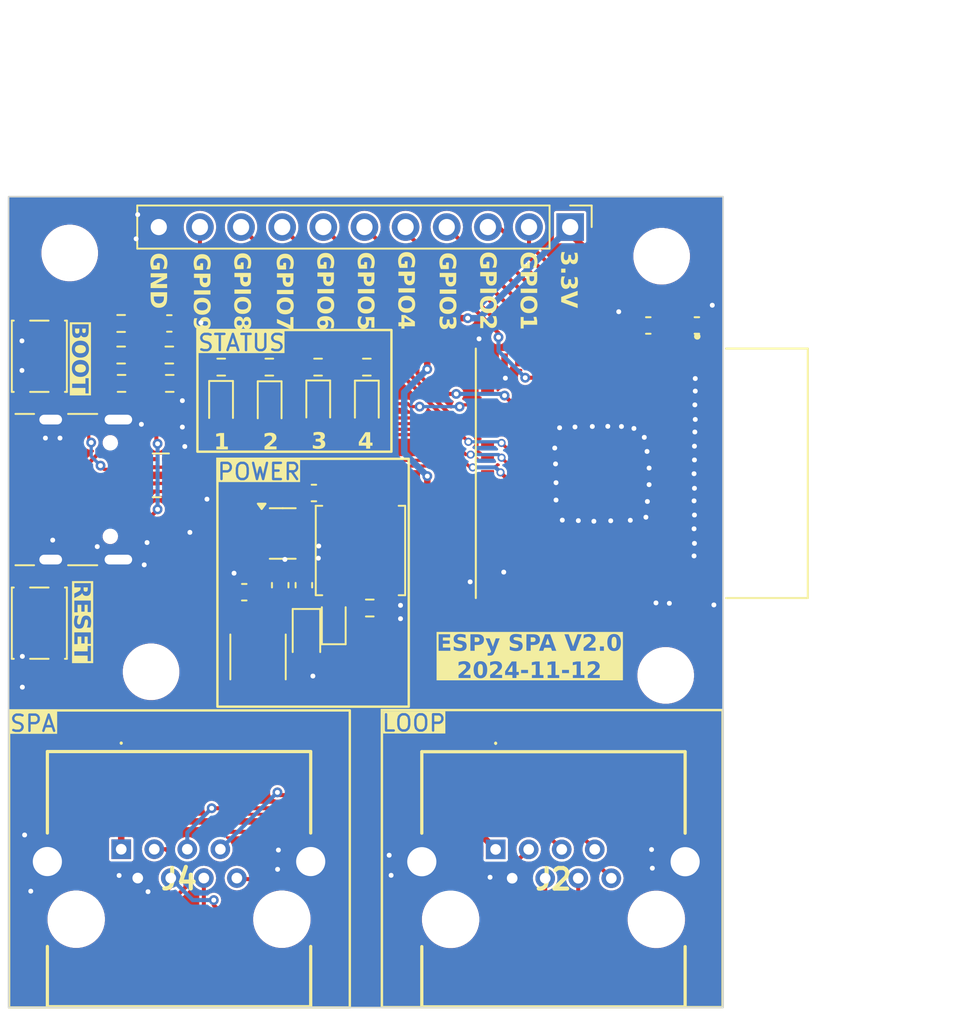
<source format=kicad_pcb>
(kicad_pcb (version 20240108) (generator "pcbnew") (generator_version "8.0")
  (layers (0 "F.Cu" signal "L1 (signal + GND Fill)") (31 "B.Cu" power "L2 (GND Fill)") (34 "B.Paste" user) (35 "F.Paste" user) (36 "B.SilkS" user "B.Silkscreen") (37 "F.SilkS" user "F.Silkscreen") (38 "B.Mask" user) (39 "F.Mask" user) (44 "Edge.Cuts" user))
  (net 0 "")
  (net 1 "/ESP32_EN")
  (net 2 "/GPIO0")
  (net 3 "/GPIO48")
  (net 4 "/GPIO1")
  (net 5 "/GPIO2")
  (net 6 "/GPIO3")
  (net 7 "/GPIO4")
  (net 8 "/GPIO5")
  (net 9 "/GPIO6")
  (net 10 "/GPIO7")
  (net 11 "/GPIO8")
  (net 12 "/GPIO9")
  (net 13 "/GPIO10")
  (net 14 "/GPIO11")
  (net 15 "/GPIO12")
  (net 16 "/GPIO13")
  (net 17 "/GPIO14")
  (net 18 "/GPIO15")
  (net 19 "/GPIO16")
  (net 20 "/I2C_SCL")
  (net 21 "/I2C_SDA")
  (net 22 "/GPIO46")
  (net 23 "/GPIO45")
  (net 24 "/GPIO42")
  (net 25 "/GPIO41")
  (net 26 "/GPIO40")
  (net 27 "/GPIO39")
  (net 28 "/GPIO38")
  (net 29 "/GPIO37")
  (net 30 "/GPIO36")
  (net 31 "/GPIO35")
  (net 32 "/GPIO34")
  (net 33 "/GPIO33")
  (net 34 "/GPIO26")
  (net 35 "/GPIO21")
  (net 36 "/USB_N")
  (net 37 "/USB_P")
  (net 38 "/GPIO47")
  (net 39 "Net-(JUSB1-CC1)")
  (net 41 "Net-(JUSB1-CC2)")
  (net 45 "+3.3V")
  (net 46 "Net-(D1-K)")
  (net 47 "Net-(D2-K)")
  (net 48 "/+5V")
  (net 49 "/+12V_fused")
  (net 50 "Net-(U3-SW)")
  (net 51 "Net-(U3-BST)")
  (net 52 "Net-(D4-K)")
  (net 53 "Net-(D5-K)")
  (net 54 "Net-(D6-K)")
  (net 55 "/GPIO43")
  (net 56 "/GPIO44")
  (net 57 "RJ45-1")
  (net 58 "RJ45-5")
  (net 59 "RJ45-3")
  (net 60 "RJ45-8")
  (net 61 "RJ45-4")
  (net 62 "RJ45-2")
  (net 63 "RJ45-6")
  (net 64 "GND")
  (footprint "LED_SMD:LED_0603_1608Metric" (layer "F.Cu") (at 126.52 88.16 -90)
    (property "Reference" "D2" (hide yes))
    (property "Value" "LED" (hide yes))
  )
  (footprint "R-RJ45R08P-B000:RRJ45R08PB000" (layer "F.Cu") (at 120.355 115.58)
    (property "Reference" "J4")
    (property "Value" "R-RJ45R08P-B000" (hide yes))
  )
  (footprint "Capacitor_SMD:C_0603_1608Metric" (layer "F.Cu") (at 131.6325 99.28 90)
    (property "Reference" "C7" (hide yes))
    (property "Value" "22μF" (hide yes))
  )
  (footprint "Resistor_SMD:R_0603_1608Metric" (layer "F.Cu") (at 120.35 85.075)
    (property "Reference" "R10" (hide yes))
    (property "Value" "330Ω" (hide yes))
  )
  (footprint "ESP32-S3-MINI-1-N8:XCVR_ESP32-S3-MINI-1-N8" (layer "F.Cu") (at 149.975 92.375 -90)
    (property "Reference" "U1" (hide yes))
    (property "Value" "ESP32-S3-MINI-1-N8" (hide yes))
  )
  (footprint "LED_SMD:LED_0603_1608Metric" (layer "F.Cu") (at 129.52 88.18 -90)
    (property "Reference" "D5" (hide yes))
    (property "Value" "LED" (hide yes))
  )
  (footprint "R-RJ45R08P-B000:RRJ45R08PB000" (layer "F.Cu") (at 143.475 115.59)
    (property "Reference" "J2")
    (property "Value" "R-RJ45R08P-B000" (hide yes))
  )
  (footprint "Resistor_SMD:R_0603_1608Metric" (layer "F.Cu") (at 123.325 85.075)
    (property "Reference" "R9" (hide yes))
    (property "Value" "330Ω" (hide yes))
  )
  (footprint "Inductor_SMD:L_Changjiang_FNR5012S" (layer "F.Cu") (at 135.1275 97.14 -90)
    (property "Reference" "L1" (hide yes))
    (property "Value" "4.7uH" (hide yes))
  )
  (footprint "Capacitor_SMD:C_0603_1608Metric" (layer "F.Cu") (at 155.9 83.25)
    (property "Reference" "C1" (hide yes))
    (property "Value" "0.1μF" (hide yes))
  )
  (footprint "Capacitor_SMD:C_0603_1608Metric" (layer "F.Cu") (at 132.2525 93.59 180)
    (property "Reference" "C6" (hide yes))
    (property "Value" "100nF" (hide yes))
  )
  (footprint "Resistor_SMD:R_0603_1608Metric" (layer "F.Cu") (at 120.375 86.825)
    (property "Reference" "R2" (hide yes))
    (property "Value" "5.1kΩ" (hide yes))
  )
  (footprint "Resistor_SMD:R_0603_1608Metric" (layer "F.Cu") (at 126.53 85.82 180)
    (property "Reference" "R5" (hide yes))
    (property "Value" "220Ω" (hide yes))
  )
  (footprint "LED_SMD:LED_0603_1608Metric" (layer "F.Cu") (at 133.4775 101.44 90)
    (property "Reference" "D1" (hide yes))
    (property "Value" "LED" (hide yes))
  )
  (footprint "Capacitor_SMD:C_0603_1608Metric" (layer "F.Cu") (at 123.325 83.125 180)
    (property "Reference" "C3" (hide yes))
    (property "Value" "1μF" (hide yes))
  )
  (footprint "Fuse:Fuse_1812_4532Metric" (layer "F.Cu") (at 128.8025 103.71 90)
    (property "Reference" "F1" (hide yes))
    (property "Value" "30V 500mA" (hide yes))
  )
  (footprint "LED_SMD:LED_0603_1608Metric" (layer "F.Cu") (at 132.52 88.13 -90)
    (property "Reference" "D4" (hide yes))
    (property "Value" "LED" (hide yes))
  )
  (footprint "Button_Switch_SMD:SW_SPST_PTS810" (layer "F.Cu") (at 115.3 101.625 90)
    (property "Reference" "RESET1" (hide yes))
    (property "Value" "RESET")
  )
  (footprint "MountingHole:MountingHole_3.2mm_M3" (layer "F.Cu") (at 117.175 78.775)
    (property "Reference" "H3" (hide yes))
    (property "Value" "MountingHole" (hide yes))
  )
  (footprint "Resistor_SMD:R_0603_1608Metric" (layer "F.Cu") (at 129.5 85.82 180)
    (property "Reference" "R6" (hide yes))
    (property "Value" "220Ω" (hide yes))
  )
  (footprint "Resistor_SMD:R_0603_1608Metric" (layer "F.Cu") (at 135.7025 100.69)
    (property "Reference" "R4" (hide yes))
    (property "Value" "5.1kΩ" (hide yes))
  )
  (footprint "Capacitor_SMD:C_0603_1608Metric" (layer "F.Cu") (at 130.1725 99.28 90)
    (property "Reference" "C9" (hide yes))
    (property "Value" "22μF" (hide yes))
  )
  (footprint "Connector_USB:USB_C_Receptacle_GCT_USB4105-xx-A_16P_TopMnt_Horizontal" (layer "F.Cu") (at 117.075 93.38 -90)
    (property "Reference" "JUSB1" (hide yes))
    (property "Value" "USB_C_Receptacle_USB2.0" (hide yes))
  )
  (footprint "Diode_SMD:D_SOD-323" (layer "F.Cu") (at 131.7925 102.36 -90)
    (property "Reference" "D3" (hide yes))
    (property "Value" "40V 600mV@1A" (hide yes))
  )
  (footprint "Package_TO_SOT_SMD:TSOT-23-6" (layer "F.Cu") (at 130.3275 96.09)
    (property "Reference" "U3" (hide yes))
    (property "Value" "AP63203WU" (hide yes))
  )
  (footprint "Resistor_SMD:R_0603_1608Metric" (layer "F.Cu") (at 132.51 85.82 180)
    (property "Reference" "R7" (hide yes))
    (property "Value" "220Ω" (hide yes))
  )
  (footprint "Button_Switch_SMD:SW_SPST_PTS810" (layer "F.Cu") (at 115.3 85.15 90)
    (property "Reference" "BOOT1" (hide yes))
    (property "Value" "BOOT")
  )
  (footprint "MountingHole:MountingHole_3.2mm_M3" (layer "F.Cu") (at 153.725 78.975)
    (property "Reference" "H1" (hide yes))
    (property "Value" "MountingHole" (hide yes))
  )
  (footprint "Resistor_SMD:R_0603_1608Metric" (layer "F.Cu") (at 135.52 85.82 180)
    (property "Reference" "R8" (hide yes))
    (property "Value" "220Ω" (hide yes))
  )
  (footprint "Resistor_SMD:R_0603_1608Metric" (layer "F.Cu") (at 123.35 86.825)
    (property "Reference" "R1" (hide yes))
    (property "Value" "5.1kΩ" (hide yes))
  )
  (footprint "Package_DFN_QFN:Diodes_UDFN-10_1.0x2.5mm_P0.5mm" (layer "F.Cu") (at 122.8 92.5 180)
    (property "Reference" "U2" (hide yes))
    (property "Value" "ESD7104MUTAG" (hide yes))
  )
  (footprint "Capacitor_SMD:C_0603_1608Metric" (layer "F.Cu") (at 127.9525 99.715 180)
    (property "Reference" "C5" (hide yes))
    (property "Value" "10μF" (hide yes))
  )
  (footprint "Capacitor_SMD:C_0603_1608Metric" (layer "F.Cu") (at 152.9 83.25 180)
    (property "Reference" "C2" (hide yes))
    (property "Value" "10μF" (hide yes))
  )
  (footprint "Connector_PinHeader_2.54mm:PinHeader_1x11_P2.54mm_Vertical" (layer "F.Cu") (at 148.075 77.175 -90)
    (property "Reference" "J1" (hide yes))
    (property "Value" "Conn_01x11_Pin" (hide yes))
  )
  (footprint "MountingHole:MountingHole_3.2mm_M3" (layer "F.Cu") (at 153.975 104.85)
    (property "Reference" "H2" (hide yes))
    (property "Value" "MountingHole" (hide yes))
  )
  (footprint "LED_SMD:LED_0603_1608Metric" (layer "F.Cu") (at 135.52 88.14 -90)
    (property "Reference" "D6" (hide yes))
    (property "Value" "LED" (hide yes))
  )
  (footprint "Resistor_SMD:R_0603_1608Metric" (layer "F.Cu") (at 120.35 83.125)
    (property "Reference" "R3" (hide yes))
    (property "Value" "10kΩ" (hide yes))
  )
  (footprint "MountingHole:MountingHole_3.2mm_M3" (layer "F.Cu") (at 122.2 104.625)
    (property "Reference" "H4" (hide yes))
    (property "Value" "MountingHole" (hide yes))
  )
  (gr_rect (start 136.45 106.99) (end 157.49 125.33) (stroke (width 0.15)) (fill none) (layer "F.SilkS"))
  (gr_rect (start 125.06 83.53) (end 137.04 91.04) (stroke (width 0.15)) (fill none) (layer "F.SilkS"))
  (gr_rect (start 126.295 91.48) (end 138.11 106.78) (stroke (width 0.15)) (fill none) (layer "F.SilkS"))
  (gr_rect (start 113.43 107.01) (end 134.47 125.35) (stroke (width 0.15)) (fill none) (layer "F.SilkS"))
  (gr_rect (start 113.4 75.3) (end 157.515 125.35) (stroke (width 0.1)) (fill none) (layer "Edge.Cuts"))
  (gr_text "GPIO9" (at 124.675 78.775 270) (layer "F.SilkS") (effects (font (size 1 1) (thickness 0.25) (bold yes)) (justify left bottom)))
  (gr_text "2" (at 129.58 90.49 0) (layer "F.SilkS") (effects (font (size 1 1) (thickness 0.25) (bold yes))))
  (gr_text "3" (at 132.58 90.44 0) (layer "F.SilkS") (effects (font (size 1 1) (thickness 0.25) (bold yes))))
  (gr_text "GPIO5" (at 134.8 78.7 270) (layer "F.SilkS") (effects (font (size 1 1) (thickness 0.25) (bold yes)) (justify left bottom)))
  (gr_text "4" (at 135.45 90.44 0) (layer "F.SilkS") (effects (font (size 1 1) (thickness 0.25) (bold yes))))
  (gr_text "GND" (at 122 78.75 270) (layer "F.SilkS") (effects (font (size 1 1) (thickness 0.25) (bold yes)) (justify left bottom)))
  (gr_text "STATUS" (at 125.01 84.9 0) (layer "F.SilkS" knockout) (effects (font (size 1 1)) (justify left bottom)))
  (gr_text "GPIO6" (at 132.3 78.7 270) (layer "F.SilkS") (effects (font (size 1 1) (thickness 0.25) (bold yes)) (justify left bottom)))
  (gr_text "LOOP" (at 136.37 108.38 0) (layer "F.SilkS" knockout) (effects (font (size 1 1)) (justify left bottom)))
  (gr_text "GPIO4" (at 137.3 78.65 270) (layer "F.SilkS") (effects (font (size 1 1) (thickness 0.25) (bold yes)) (justify left bottom)))
  (gr_text "POWER" (at 126.21 92.86 0) (layer "F.SilkS" knockout) (effects (font (size 1 1)) (justify left bottom)))
  (gr_text "GPIO8" (at 127.175 78.725 270) (layer "F.SilkS") (effects (font (size 1 1) (thickness 0.25) (bold yes)) (justify left bottom)))
  (gr_text "ESPy SPA V2.0\n2024-11-12" (at 145.55 105.18 0) (layer "F.SilkS" knockout) (effects (font (size 1 1) (thickness 0.25) (bold yes)) (justify bottom)))
  (gr_text "1" (at 126.55 90.49 0) (layer "F.SilkS") (effects (font (size 1 1) (thickness 0.25) (bold yes))))
  (gr_text "GPIO1" (at 144.85 78.675 270) (layer "F.SilkS") (effects (font (size 1 1) (thickness 0.25) (bold yes)) (justify left bottom)))
  (gr_text "GPIO7" (at 129.8 78.75 270) (layer "F.SilkS") (effects (font (size 1 1) (thickness 0.25) (bold yes)) (justify left bottom)))
  (gr_text "SPA" (at 113.4 108.4 0) (layer "F.SilkS" knockout) (effects (font (size 1 1)) (justify left bottom)))
  (gr_text "GPIO2" (at 142.35 78.675 270) (layer "F.SilkS") (effects (font (size 1 1) (thickness 0.25) (bold yes)) (justify left bottom)))
  (gr_text "3.3V" (at 147.35 78.625 270) (layer "F.SilkS") (effects (font (size 1 1) (thickness 0.25) (bold yes)) (justify left bottom)))
  (gr_text "GPIO3" (at 139.85 78.725 270) (layer "F.SilkS") (effects (font (size 1 1) (thickness 0.25) (bold yes)) (justify left bottom)))
  (segment (start 123.44986 83.99986) (end 122.575 83.125) (width 0.25) (layer "F.Cu") (net 1))
  (segment (start 144.025 87.575) (end 146.34 89.89) (width 0.25) (layer "F.Cu") (net 1))
  (segment (start 146.34 89.89) (end 146.34 95.29) (width 0.25) (layer "F.Cu") (net 1))
  (segment (start 147.29 96.24) (end 153.165 96.24) (width 0.25) (layer "F.Cu") (net 1))
  (segment (start 116.074401 99.249401) (end 116.375 99.55) (width 0.25) (layer "F.Cu") (net 1))
  (segment (start 119.525 83.125) (end 120.27486 83.87486) (width 0.25) (layer "F.Cu") (net 1))
  (segment (start 114.775 88.775) (end 114.775 98.225) (width 0.25) (layer "F.Cu") (net 1))
  (segment (start 125.50014 83.99986) (end 123.44986 83.99986) (width 0.25) (layer "F.Cu") (net 1))
  (segment (start 115.4 88.15) (end 114.775 88.775) (width 0.25) (layer "F.Cu") (net 1))
  (segment (start 153.165 96.24) (end 155.925 99) (width 0.25) (layer "F.Cu") (net 1))
  (segment (start 138.645001 84.635001) (end 136.71 82.7) (width 0.25) (layer "F.Cu") (net 1))
  (segment (start 117.123 87.727) (end 116.7 88.15) (width 0.25) (layer "F.Cu") (net 1))
  (segment (start 121.80014 83.87486) (end 122.55 83.125) (width 0.25) (layer "F.Cu") (net 1))
  (segment (start 116.7 88.15) (end 115.4 88.15) (width 0.25) (layer "F.Cu") (net 1))
  (segment (start 119.075 83.125) (end 117.123 85.077) (width 0.25) (layer "F.Cu") (net 1))
  (segment (start 139.919402 87.475) (end 138.645001 86.200599) (width 0.25) (layer "F.Cu") (net 1))
  (segment (start 116.375 103.7) (end 116.375 99.55) (width 0.25) (layer "F.Cu") (net 1))
  (segment (start 114.775 98.225) (end 115.799401 99.249401) (width 0.25) (layer "F.Cu") (net 1))
  (segment (start 115.799401 99.249401) (end 116.074401 99.249401) (width 0.25) (layer "F.Cu") (net 1))
  (segment (start 155.925 99) (end 155.925 99.375) (width 0.25) (layer "F.Cu") (net 1))
  (segment (start 117.123 85.077) (end 117.123 87.727) (width 0.25) (layer "F.Cu") (net 1))
  (segment (start 141.04 87.475) (end 139.919402 87.475) (width 0.25) (layer "F.Cu") (net 1))
  (segment (start 136.71 82.7) (end 126.8 82.7) (width 0.25) (layer "F.Cu") (net 1))
  (segment (start 119.525 83.125) (end 119.075 83.125) (width 0.25) (layer "F.Cu") (net 1))
  (segment (start 138.645001 86.200599) (end 138.645001 84.635001) (width 0.25) (layer "F.Cu") (net 1))
  (segment (start 126.8 82.7) (end 125.50014 83.99986) (width 0.25) (layer "F.Cu") (net 1))
  (segment (start 146.34 95.29) (end 147.29 96.24) (width 0.25) (layer "F.Cu") (net 1))
  (segment (start 120.27486 83.87486) (end 121.80014 83.87486) (width 0.25) (layer "F.Cu") (net 1))
  (via (at 144.025 87.575) (size 0.604799) (drill 0.299999) (layers "F.Cu" "B.Cu") (net 1))
  (via (at 141.04 87.475) (size 0.604799) (drill 0.299999) (layers "F.Cu" "B.Cu") (net 1))
  (segment (start 141.04 87.475) (end 143.925 87.475) (width 0.25) (layer "B.Cu") (net 1))
  (segment (start 143.925 87.475) (end 144.025 87.575) (width 0.25) (layer "B.Cu") (net 1))
  (segment (start 140.994402 81.75) (end 140.999401 81.745001) (width 0.25) (layer "F.Cu") (net 2))
  (segment (start 117.475 83.075) (end 118.8 81.75) (width 0.25) (layer "F.Cu") (net 2))
  (segment (start 116.375 87.225) (end 116.375 83.075) (width 0.25) (layer "F.Cu") (net 2))
  (segment (start 152.475 86.475) (end 153.375 85.575) (width 0.25) (layer "F.Cu") (net 2))
  (segment (start 141.670001 81.745001) (end 143.65 83.725) (width 0.25) (layer "F.Cu") (net 2))
  (segment (start 145.3 86.475) (end 152.475 86.475) (width 0.25) (layer "F.Cu") (net 2))
  (segment (start 143.65 83.725) (end 143.65 83.975) (width 0.25) (layer "F.Cu") (net 2))
  (segment (start 116.375 83.075) (end 117.475 83.075) (width 0.25) (layer "F.Cu") (net 2))
  (segment (start 140.999401 81.745001) (end 141.670001 81.745001) (width 0.25) (layer "F.Cu") (net 2))
  (segment (start 118.8 81.75) (end 140.994402 81.75) (width 0.25) (layer "F.Cu") (net 2))
  (via (at 145.3 86.475) (size 0.604799) (drill 0.299999) (layers "F.Cu" "B.Cu") (net 2))
  (via (at 143.65 83.975) (size 0.604799) (drill 0.299999) (layers "F.Cu" "B.Cu") (net 2))
  (segment (start 143.65 84.825) (end 145.3 86.475) (width 0.25) (layer "B.Cu") (net 2))
  (segment (start 143.65 83.975) (end 143.65 84.825) (width 0.25) (layer "B.Cu") (net 2))
  (segment (start 145.535 78.235) (end 145.535 77.175) (width 0.25) (layer "F.Cu") (net 4))
  (segment (start 152.525 85.225) (end 145.535 78.235) (width 0.25) (layer "F.Cu") (net 4))
  (segment (start 151.675 85.175) (end 143.675 77.175) (width 0.25) (layer "F.Cu") (net 5))
  (segment (start 150.825 85.175) (end 143.95 78.3) (width 0.25) (layer "F.Cu") (net 6))
  (segment (start 141.58 78.3) (end 140.455 77.175) (width 0.25) (layer "F.Cu") (net 6))
  (segment (start 143.95 78.3) (end 141.58 78.3) (width 0.25) (layer "F.Cu") (net 6))
  (segment (start 139.294402 78.85) (end 137.999401 77.554999) (width 0.25) (layer "F.Cu") (net 7))
  (segment (start 149.975 85.15014) (end 143.67486 78.85) (width 0.25) (layer "F.Cu") (net 7))
  (segment (start 143.67486 78.85) (end 139.294402 78.85) (width 0.25) (layer "F.Cu") (net 7))
  (segment (start 137.5 79.3) (end 135.375 77.175) (width 0.25) (layer "F.Cu") (net 8))
  (segment (start 143.25 79.3) (end 137.5 79.3) (width 0.25) (layer "F.Cu") (net 8))
  (segment (start 149.125 85.175) (end 143.25 79.3) (width 0.25) (layer "F.Cu") (net 8))
  (segment (start 135.46 79.8) (end 132.835 77.175) (width 0.25) (layer "F.Cu") (net 9))
  (segment (start 148.275 85.15014) (end 142.92486 79.8) (width 0.25) (layer "F.Cu") (net 9))
  (segment (start 142.92486 79.8) (end 135.46 79.8) (width 0.25) (layer "F.Cu") (net 9))
  (segment (start 147.425 85.175) (end 142.525 80.275) (width 0.25) (layer "F.Cu") (net 10))
  (segment (start 142.525 80.275) (end 133.395 80.275) (width 0.25) (layer "F.Cu") (net 10))
  (segment (start 133.395 80.275) (end 130.295 77.175) (width 0.25) (layer "F.Cu") (net 10))
  (segment (start 131.355 80.775) (end 127.755 77.175) (width 0.25) (layer "F.Cu") (net 11))
  (segment (start 142.175 80.775) (end 131.355 80.775) (width 0.25) (layer "F.Cu") (net 11))
  (segment (start 146.575 85.175) (end 142.175 80.775) (width 0.25) (layer "F.Cu") (net 11))
  (segment (start 127.675 81.275) (end 125.215 78.815) (width 0.25) (layer "F.Cu") (net 12))
  (segment (start 145.725 85.175) (end 141.825 81.275) (width 0.25) (layer "F.Cu") (net 12))
  (segment (start 125.215 78.815) (end 125.215 77.175) (width 0.25) (layer "F.Cu") (net 12))
  (segment (start 141.825 81.275) (end 127.675 81.275) (width 0.25) (layer "F.Cu") (net 12))
  (segment (start 127.3875 88.08) (end 138.05 88.08) (width 0.2) (layer "F.Cu") (net 17))
  (segment (start 138.23 88.26) (end 138.05 88.08) (width 0.2) (layer "F.Cu") (net 17))
  (segment (start 138.05 88.08) (end 137.9 88.08) (width 0.2) (layer "F.Cu") (net 17))
  (segment (start 126.52 88.9475) (end 127.3875 88.08) (width 0.2) (layer "F.Cu") (net 17))
  (segment (start 141.25 88.26) (end 141.36 88.15) (width 0.2) (layer "F.Cu") (net 17))
  (segment (start 142.95 88.15) (end 142.975 88.125) (width 0.2) (layer "F.Cu") (net 17))
  (segment (start 141.36 88.15) (end 142.95 88.15) (width 0.2) (layer "F.Cu") (net 17))
  (segment (start 138.78 88.26) (end 138.23 88.26) (width 0.2) (layer "F.Cu") (net 17))
  (via (at 141.25 88.26) (size 0.604799) (drill 0.299999) (layers "F.Cu" "B.Cu") (net 17))
  (via (at 138.78 88.26) (size 0.604799) (drill 0.299999) (layers "F.Cu" "B.Cu") (net 17))
  (segment (start 141.25 88.26) (end 138.78 88.26) (width 0.2) (layer "B.Cu") (net 17))
  (segment (start 136.576842 83.1) (end 138.268001 84.791159) (width 0.25) (layer "F.Cu") (net 18))
  (segment (start 125.656298 84.37686) (end 126.933158 83.1) (width 0.25) (layer "F.Cu") (net 18))
  (segment (start 124.84814 84.37686) (end 125.656298 84.37686) (width 0.25) (layer "F.Cu") (net 18))
  (segment (start 138.268001 84.791159) (end 138.268001 86.356758) (width 0.25) (layer "F.Cu") (net 18))
  (segment (start 124.15 85.075) (end 124.84814 84.37686) (width 0.25) (layer "F.Cu") (net 18))
  (segment (start 140.886243 88.975) (end 142.975 88.975) (width 0.25) (layer "F.Cu") (net 18))
  (segment (start 126.933158 83.1) (end 136.576842 83.1) (width 0.25) (layer "F.Cu") (net 18))
  (segment (start 138.268001 86.356758) (end 140.886243 88.975) (width 0.25) (layer "F.Cu") (net 18))
  (segment (start 125.812456 84.75386) (end 127.089316 83.477) (width 0.25) (layer "F.Cu") (net 19))
  (segment (start 125.16614 84.75386) (end 125.812456 84.75386) (width 0.25) (layer "F.Cu") (net 19))
  (segment (start 121.175 85.075) (end 122.1 86) (width 0.25) (layer "F.Cu") (net 19))
  (segment (start 141.203084 89.825) (end 142.975 89.825) (width 0.25) (layer "F.Cu") (net 19))
  (segment (start 124.82486 85.552234) (end 124.82486 85.09514) (width 0.25) (layer "F.Cu") (net 19))
  (segment (start 124.82486 85.09514) (end 125.16614 84.75386) (width 0.25) (layer "F.Cu") (net 19))
  (segment (start 124.377094 86) (end 124.82486 85.552234) (width 0.25) (layer "F.Cu") (net 19))
  (segment (start 137.891001 86.512917) (end 141.203084 89.825) (width 0.25) (layer "F.Cu") (net 19))
  (segment (start 127.089316 83.477) (end 136.420684 83.477) (width 0.25) (layer "F.Cu") (net 19))
  (segment (start 122.1 86) (end 124.377094 86) (width 0.25) (layer "F.Cu") (net 19))
  (segment (start 136.420684 83.477) (end 137.891001 84.947317) (width 0.25) (layer "F.Cu") (net 19))
  (segment (start 137.891001 84.947317) (end 137.891001 86.512917) (width 0.25) (layer "F.Cu") (net 19))
  (segment (start 145.661 93.231) (end 145.661 95.571252) (width 0.2) (layer "F.Cu") (net 24))
  (segment (start 148.106552 96.919) (end 149.975 98.787448) (width 0.2) (layer "F.Cu") (net 24))
  (segment (start 140.077832 89.66) (end 141.637832 91.22) (width 0.2) (layer "F.Cu") (net 24))
  (segment (start 147.008748 96.919) (end 148.106552 96.919) (width 0.2) (layer "F.Cu") (net 24))
  (segment (start 143.84 91.41) (end 145.661 93.231) (width 0.2) (layer "F.Cu") (net 24))
  (segment (start 145.661 95.571252) (end 147.008748 96.919) (width 0.2) (layer "F.Cu") (net 24))
  (segment (start 133.2625 89.66) (end 140.077832 89.66) (width 0.2) (layer "F.Cu") (net 24))
  (segment (start 149.975 98.787448) (end 149.975 99.375) (width 0.2) (layer "F.Cu") (net 24))
  (segment (start 132.52 88.9175) (end 133.2625 89.66) (width 0.2) (layer "F.Cu") (net 24))
  (segment (start 141.637832 91.22) (end 141.93 91.22) (width 0.2) (layer "F.Cu") (net 24))
  (via (at 143.84 91.41) (size 0.5) (drill 0.3) (layers "F.Cu" "B.Cu") (net 24))
  (via (at 141.93 91.22) (size 0.5) (drill 0.3) (layers "F.Cu" "B.Cu") (net 24))
  (segment (start 143.65 91.22) (end 143.84 91.41) (width 0.2) (layer "B.Cu") (net 24))
  (segment (start 141.93 91.22) (end 143.65 91.22) (width 0.2) (layer "B.Cu") (net 24))
  (segment (start 145.309 95.717056) (end 146.862944 97.271) (width 0.25) (layer "F.Cu") (net 25))
  (segment (start 146.862944 97.271) (end 147.960748 97.271) (width 0.25) (layer "F.Cu") (net 25))
  (segment (start 149.125 98.435252) (end 149.125 99.375) (width 0.25) (layer "F.Cu") (net 25))
  (segment (start 141.899756 92.01) (end 142.06 92.01) (width 0.2) (layer "F.Cu") (net 25))
  (segment (start 129.52 88.9675) (end 130.5395 89.987) (width 0.2) (layer "F.Cu") (net 25))
  (segment (start 147.960748 97.271) (end 149.125 98.435252) (width 0.25) (layer "F.Cu") (net 25))
  (segment (start 139.876756 89.987) (end 141.899756 92.01) (width 0.2) (layer "F.Cu") (net 25))
  (segment (start 130.5395 89.987) (end 139.876756 89.987) (width 0.2) (layer "F.Cu") (net 25))
  (segment (start 143.774862 92.32) (end 145.309 93.854138) (width 0.25) (layer "F.Cu") (net 25))
  (segment (start 145.309 93.854138) (end 145.309 95.717056) (width 0.25) (layer "F.Cu") (net 25))
  (via (at 143.774862 92.32) (size 0.5) (drill 0.3) (layers "F.Cu" "B.Cu") (net 25))
  (via (at 142.06 92.01) (size 0.5) (drill 0.3) (layers "F.Cu" "B.Cu") (net 25))
  (segment (start 143.464862 92.01) (end 142.06 92.01) (width 0.25) (layer "B.Cu") (net 25))
  (segment (start 143.774862 92.32) (end 143.464862 92.01) (width 0.25) (layer "B.Cu") (net 25))
  (segment (start 121.455 92.63) (end 121.65 92.825) (width 0.25) (layer "F.Cu") (net 36))
  (segment (start 123.4488 93.0738) (end 123.677014 93.0738) (width 0.2) (layer "F.Cu") (net 36))
  (segment (start 121.825 93) (end 121.65 92.825) (width 0.2) (layer "F.Cu") (net 36))
  (segment (start 122.4125 93) (end 123.1875 93) (width 0.2) (layer "F.Cu") (net 36))
  (segment (start 123.677014 93.0738) (end 125.177014 91.5738) (width 0.2) (layer "F.Cu") (net 36))
  (segment (start 140.747986 91.5738) (end 141.797986 92.6238) (width 0.2) (layer "F.Cu") (net 36))
  (segment (start 142.7262 92.6238) (end 142.975 92.375) (width 0.2) (layer "F.Cu") (net 36))
  (segment (start 123.375 93) (end 123.4488 93.0738) (width 0.2) (layer "F.Cu") (net 36))
  (segment (start 121.37514 93.63) (end 120.755 93.63) (width 0.25) (layer "F.Cu") (net 36))
  (segment (start 141.797986 92.6238) (end 142.7262 92.6238) (width 0.2) (layer "F.Cu") (net 36))
  (segment (start 122.4125 93) (end 121.825 93) (width 0.2) (layer "F.Cu") (net 36))
  (segment (start 125.177014 91.5738) (end 140.747986 91.5738) (width 0.2) (layer "F.Cu") (net 36))
  (segment (start 121.65 93.35514) (end 121.37514 93.63) (width 0.25) (layer "F.Cu") (net 36))
  (segment (start 121.65 92.825) (end 121.65 93.35514) (width 0.25) (layer "F.Cu") (net 36))
  (segment (start 120.755 92.63) (end 121.455 92.63) (width 0.25) (layer "F.Cu") (net 36))
  (segment (start 121.7825 94.13) (end 120.755 94.13) (width 0.2) (layer "F.Cu") (net 37))
  (segment (start 119.625 93.435) (end 119.93 93.13) (width 0.25) (layer "F.Cu") (net 37))
  (segment (start 122.4125 93.5) (end 123.1875 93.5) (width 0.2) (layer "F.Cu") (net 37))
  (segment (start 119.93 93.13) (end 120.755 93.13) (width 0.25) (layer "F.Cu") (net 37))
  (segment (start 142.7262 92.9762) (end 142.975 93.225) (width 0.2) (layer "F.Cu") (net 37))
  (segment (start 123.822986 93.4262) (end 125.322986 91.9262) (width 0.2) (layer "F.Cu") (net 37))
  (segment (start 125.322986 91.9262) (end 140.602014 91.9262) (width 0.2) (layer "F.Cu") (net 37))
  (segment (start 119.93 94.13) (end 119.625 93.825) (width 0.25) (layer "F.Cu") (net 37))
  (segment (start 119.625 93.825) (end 119.625 93.435) (width 0.25) (layer "F.Cu") (net 37))
  (segment (start 140.602014 91.9262) (end 141.652014 92.9762) (width 0.2) (layer "F.Cu") (net 37))
  (segment (start 120.755 94.13) (end 119.93 94.13) (width 0.25) (layer "F.Cu") (net 37))
  (segment (start 141.652014 92.9762) (end 142.7262 92.9762) (width 0.2) (layer "F.Cu") (net 37))
  (segment (start 123.4488 93.4262) (end 123.822986 93.4262) (width 0.2) (layer "F.Cu") (net 37))
  (segment (start 123.375 93.5) (end 123.4488 93.4262) (width 0.2) (layer "F.Cu") (net 37))
  (segment (start 122.4125 93.5) (end 121.7825 94.13) (width 0.2) (layer "F.Cu") (net 37))
  (segment (start 118.35 88.025) (end 119.55 86.825) (width 0.2) (layer "F.Cu") (net 39))
  (segment (start 118.5 90.475) (end 118.35 90.325) (width 0.2) (layer "F.Cu") (net 39))
  (segment (start 119.305 92.13) (end 120.755 92.13) (width 0.2) (layer "F.Cu") (net 39))
  (segment (start 119.075 91.9) (end 119.305 92.13) (width 0.2) (layer "F.Cu") (net 39))
  (segment (start 118.35 90.325) (end 118.35 88.025) (width 0.2) (layer "F.Cu") (net 39))
  (via (at 118.5 90.475) (size 0.604799) (drill 0.299999) (layers "F.Cu" "B.Cu") (net 39))
  (via (at 119.075 91.9) (size 0.604799) (drill 0.299999) (layers "F.Cu" "B.Cu") (net 39))
  (segment (start 118.5 91.325) (end 118.5 90.475) (width 0.2) (layer "B.Cu") (net 39))
  (segment (start 119.075 91.9) (end 118.5 91.325) (width 0.2) (layer "B.Cu") (net 39))
  (segment (start 120.755 95.13) (end 122.095 95.13) (width 0.25) (layer "F.Cu") (net 41))
  (segment (start 122.6 90.55) (end 122.525 90.475) (width 0.25) (layer "F.Cu") (net 41))
  (segment (start 122.6 94.625) (end 122.6 94.6) (width 0.25) (layer "F.Cu") (net 41))
  (segment (start 122.5 94.725) (end 122.6 94.625) (width 0.25) (layer "F.Cu") (net 41))
  (segment (start 122.525 90.475) (end 122.525 86.825) (width 0.25) (layer "F.Cu") (net 41))
  (segment (start 122.095 95.13) (end 122.5 94.725) (width 0.25) (layer "F.Cu") (net 41))
  (via (at 122.6 94.6) (size 0.604799) (drill 0.299999) (layers "F.Cu" "B.Cu") (net 41))
  (via (at 122.6 90.55) (size 0.604799) (drill 0.299999) (layers "F.Cu" "B.Cu") (net 41))
  (segment (start 122.6 94.6) (end 122.6 90.55) (width 0.25) (layer "B.Cu") (net 41))
  (segment (start 148.075 77.575) (end 153.675 83.175) (width 0.4) (layer "F.Cu") (net 45))
  (segment (start 135.1275 98.99) (end 139.255001 94.862499) (width 0.4) (layer "F.Cu") (net 45))
  (segment (start 126.325 102.068098) (end 126.325 97.687502) (width 0.25) (layer "F.Cu") (net 45))
  (segment (start 126.847789 102.590887) (end 126.325 102.068098) (width 0.25) (layer "F.Cu") (net 45))
  (segment (start 131.539113 102.590887) (end 126.847789 102.590887) (width 0.25) (layer "F.Cu") (net 45))
  (segment (start 139.25 84.575) (end 141.025 82.8) (width 0.4) (layer "F.Cu") (net 45))
  (segment (start 141.025 82.8) (end 141.75 82.8) (width 0.4) (layer "F.Cu") (net 45))
  (segment (start 139.255001 94.862499) (end 139.255001 92.55) (width 0.4) (layer "F.Cu") (net 45))
  (segment (start 139.25 85.95) (end 139.25 84.575) (width 0.4) (layer "F.Cu") (net 45))
  (segment (start 136.877 82.202) (end 139.25 84.575) (width 0.4) (layer "F.Cu") (net 45))
  (segment (start 121.175 83.125) (end 122.098 82.202) (width 0.4) (layer "F.Cu") (net 45))
  (segment (start 122.098 82.202) (end 136.877 82.202) (width 0.4) (layer "F.Cu") (net 45))
  (segment (start 153.675 83.25) (end 155.125 83.25) (width 0.4) (layer "F.Cu") (net 45))
  (segment (start 154.225 83.8) (end 154.225 85.375) (width 0.4) (layer "F.Cu") (net 45))
  (segment (start 153.675 83.25) (end 154.225 83.8) (width 0.4) (layer "F.Cu") (net 45))
  (segment (start 126.325 97.687502) (end 128.872502 95.14) (width 0.25) (layer "F.Cu") (net 45))
  (segment (start 133.4775 100.6525) (end 131.539113 102.590887) (width 0.25) (layer "F.Cu") (net 45))
  (via (at 139.255001 92.55) (size 0.604799) (drill 0.299999) (layers "F.Cu" "B.Cu") (net 45))
  (via (at 139.25 85.95) (size 0.604799) (drill 0.299999) (layers "F.Cu" "B.Cu") (net 45))
  (via (at 141.75 82.8) (size 0.604799) (drill 0.299999) (layers "F.Cu" "B.Cu") (net 45))
  (segment (start 137.83 87.37) (end 137.83 91.124999) (width 0.4) (layer "B.Cu") (net 45))
  (segment (start 142.45 82.8) (end 148.075 77.175) (width 0.4) (layer "B.Cu") (net 45))
  (segment (start 137.83 91.124999) (end 139.255001 92.55) (width 0.4) (layer "B.Cu") (net 45))
  (segment (start 139.25 85.95) (end 137.83 87.37) (width 0.4) (layer "B.Cu") (net 45))
  (segment (start 141.75 82.8) (end 142.45 82.8) (width 0.4) (layer "B.Cu") (net 45))
  (segment (start 134.8775 100.69) (end 133.515 102.0525) (width 0.25) (layer "F.Cu") (net 46))
  (segment (start 127.355 86.5375) (end 126.52 87.3725) (width 0.2) (layer "F.Cu") (net 47))
  (segment (start 127.355 85.82) (end 127.355 86.5375) (width 0.2) (layer "F.Cu") (net 47))
  (segment (start 118.9 91.2) (end 118.275 91.825) (width 0.25) (layer "F.Cu") (net 48))
  (segment (start 127.033564 103.415887) (end 124.06 100.442323) (width 0.4) (layer "F.Cu") (net 48))
  (segment (start 122.4125 92) (end 123.1875 92) (width 0.2) (layer "F.Cu") (net 48))
  (segment (start 121.7 91.8) (end 121.7 91.475) (width 0.2) (layer "F.Cu") (net 48))
  (segment (start 122.4125 92) (end 121.9 92) (width 0.2) (layer "F.Cu") (net 48))
  (segment (start 123.28 95.78) (end 120.755 95.78) (width 0.4) (layer "F.Cu") (net 48))
  (segment (start 121.7 91.475) (end 121.205 90.98) (width 0.2) (layer "F.Cu") (net 48))
  (segment (start 118.275 91.825) (end 118.275 94.875) (width 0.25) (layer "F.Cu") (net 48))
  (segment (start 120.080606 95.675) (end 120.65 95.675) (width 0.25) (layer "F.Cu") (net 48))
  (segment (start 131.786613 103.415887) (end 127.033564 103.415887) (width 0.4) (layer "F.Cu") (net 48))
  (segment (start 120.2 91.2) (end 118.9 91.2) (width 0.25) (layer "F.Cu") (net 48))
  (segment (start 118.275 94.875) (end 118.966 95.566) (width 0.25) (layer "F.Cu") (net 48))
  (segment (start 118.966 95.566) (end 119.971606 95.566) (width 0.25) (layer "F.Cu") (net 48))
  (segment (start 119.971606 95.566) (end 120.080606 95.675) (width 0.25) (layer "F.Cu") (net 48))
  (segment (start 124.06 96.56) (end 123.28 95.78) (width 0.4) (layer "F.Cu") (net 48))
  (segment (start 120.42 90.98) (end 120.2 91.2) (width 0.25) (layer "F.Cu") (net 48))
  (segment (start 124.06 100.442323) (end 124.06 96.56) (width 0.4) (layer "F.Cu") (net 48))
  (segment (start 121.9 92) (end 121.7 91.8) (width 0.2) (layer "F.Cu") (net 48))
  (segment (start 131.7825 101.3) (end 129.075 101.3) (width 0.25) (layer "F.Cu") (net 49))
  (segment (start 129.19 97.04) (end 129.19 96.09) (width 0.5) (layer "F.Cu") (net 49))
  (segment (start 133.0275 93.59) (end 133.0275 94.815) (width 0.25) (layer "F.Cu") (net 50))
  (segment (start 133.0275 94.815) (end 133.9475 95.735) (width 0.25) (layer "F.Cu") (net 50))
  (segment (start 131.29 95.1225) (end 131.4775 94.935) (width 0.25) (layer "F.Cu") (net 51))
  (segment (start 131.4775 94.935) (end 131.4775 93.59) (width 0.25) (layer "F.Cu") (net 51))
  (segment (start 133.335 85.82) (end 133.335 86.5275) (width 0.2) (layer "F.Cu") (net 52))
  (segment (start 133.335 86.5275) (end 132.52 87.3425) (width 0.2) (layer "F.Cu") (net 52))
  (segment (start 130.325 85.82) (end 130.325 86.5875) (width 0.2) (layer "F.Cu") (net 53))
  (segment (start 130.325 86.5875) (end 129.52 87.3925) (width 0.2) (layer "F.Cu") (net 53))
  (segment (start 136.345 86.5275) (end 135.52 87.3525) (width 0.2) (layer "F.Cu") (net 54))
  (segment (start 136.345 85.82) (end 136.345 86.5275) (width 0.2) (layer "F.Cu") (net 54))
  (segment (start 141.05728 90.177) (end 141.537 90.177) (width 0.2) (layer "F.Cu") (net 55))
  (segment (start 135.5525 88.96) (end 139.84028 88.96) (width 0.2) (layer "F.Cu") (net 55))
  (segment (start 145.988 92.648) (end 145.988 95.435804) (width 0.2) (layer "F.Cu") (net 55))
  (segment (start 135.52 88.9275) (end 135.5525 88.96) (width 0.2) (layer "F.Cu") (net 55))
  (segment (start 141.537 90.177) (end 141.79 90.43) (width 0.2) (layer "F.Cu") (net 55))
  (segment (start 145.988 95.435804) (end 146.194197 95.642) (width 0.2) (layer "F.Cu") (net 55))
  (segment (start 147.144196 96.592) (end 148.242 96.592) (width 0.2) (layer "F.Cu") (net 55))
  (segment (start 146.194197 95.642) (end 147.144196 96.592) (width 0.2) (layer "F.Cu") (net 55))
  (segment (start 143.84 90.5) (end 145.988 92.648) (width 0.2) (layer "F.Cu") (net 55))
  (segment (start 148.242 96.592) (end 150.825 99.175) (width 0.2) (layer "F.Cu") (net 55))
  (segment (start 150.825 99.175) (end 150.825 99.375) (width 0.2) (layer "F.Cu") (net 55))
  (segment (start 139.84028 88.96) (end 141.05728 90.177) (width 0.2) (layer "F.Cu") (net 55))
  (via (at 141.79 90.43) (size 0.5) (drill 0.3) (layers "F.Cu" "B.Cu") (net 55))
  (via (at 143.84 90.5) (size 0.5) (drill 0.3) (layers "F.Cu" "B.Cu") (net 55))
  (segment (start 143.77 90.43) (end 143.84 90.5) (width 0.2) (layer "B.Cu") (net 55))
  (segment (start 141.79 90.43) (end 143.77 90.43) (width 0.2) (layer "B.Cu") (net 55))
  (segment (start 146.05986 116.49014) (end 149.73514 116.49014) (width 0.25) (layer "F.Cu") (net 57))
  (segment (start 131.919084 118.71) (end 138.71 118.71) (width 0.25) (layer "F.Cu") (net 57))
  (segment (start 145.5 117.05) (end 146.05986 116.49014) (width 0.25) (layer "F.Cu") (net 57))
  (segment (start 130.624999 117.424999) (end 131.096 117.896) (width 0.25) (layer "F.Cu") (net 57))
  (segment (start 149.73514 116.49014) (end 150.615 117.37) (width 0.25) (layer "F.Cu") (net 57))
  (segment (start 141.525084 117.906) (end 142.009084 118.39) (width 0.25) (layer "F.Cu") (net 57))
  (segment (start 131.096 117.896) (end 131.105084 117.896) (width 0.25) (layer "F.Cu") (net 57))
  (segment (start 138.71 118.71) (end 139.514 117.906) (width 0.25) (layer "F.Cu") (net 57))
  (segment (start 144.99959 118.39) (end 145.5 117.88959) (width 0.25) (layer "F.Cu") (net 57))
  (segment (start 139.514 117.906) (end 141.525084 117.906) (width 0.25) (layer "F.Cu") (net 57))
  (segment (start 127.495 117.36) (end 127.559999 117.424999) (width 0.25) (layer "F.Cu") (net 57))
  (segment (start 145.5 117.88959) (end 145.5 117.05) (width 0.25) (layer "F.Cu") (net 57))
  (segment (start 142.009084 118.39) (end 144.99959 118.39) (width 0.25) (layer "F.Cu") (net 57))
  (segment (start 127.559999 117.424999) (end 130.624999 117.424999) (width 0.25) (layer "F.Cu") (net 57))
  (segment (start 131.105084 117.896) (end 131.919084 118.71) (width 0.25) (layer "F.Cu") (net 57))
  (segment (start 146.535 117.37) (end 146.535 119.125) (width 0.25) (layer "F.Cu") (net 58))
  (segment (start 118.475 85.075) (end 119.525 85.075) (width 0.25) (layer "F.Cu") (net 58))
  (segment (start 117.877 97.144916) (end 117.877 85.673) (width 0.25) (layer "F.Cu") (net 58))
  (segment (start 126.07 119.03) (end 126.07 118.72) (width 0.25) (layer "F.Cu") (net 58))
  (segment (start 122.765299 118.515299) (end 122.090598 119.19) (width 0.25) (layer "F.Cu") (net 58))
  (segment (start 120.55 119.19) (end 117.875 116.515) (width 0.25) (layer "F.Cu") (net 58))
  (segment (start 146.535 119.125) (end 143.43 122.23) (width 0.25) (layer "F.Cu") (net 58))
  (segment (start 129.27 122.23) (end 126.07 119.03) (width 0.25) (layer "F.Cu") (net 58))
  (segment (start 117.875 116.515) (end 117.875 97.146916) (width 0.25) (layer "F.Cu") (net 58))
  (segment (start 143.43 122.23) (end 129.27 122.23) (width 0.25) (layer "F.Cu") (net 58))
  (segment (start 122.090598 119.19) (end 120.55 119.19) (width 0.25) (layer "F.Cu") (net 58))
  (segment (start 117.875 97.146916) (end 117.877 97.144916) (width 0.25) (layer "F.Cu") (net 58))
  (segment (start 123.415 117.36) (end 123.415 117.865598) (width 0.25) (layer "F.Cu") (net 58))
  (segment (start 123.415 117.865598) (end 122.765299 118.515299) (width 0.25) (layer "F.Cu") (net 58))
  (segment (start 117.877 85.673) (end 118.475 85.075) (width 0.25) (layer "F.Cu") (net 58))
  (via (at 126.07 118.72) (size 0.604799) (drill 0.299999) (layers "F.Cu" "B.Cu") (net 58))
  (segment (start 124.775 118.72) (end 123.415 117.36) (width 0.25) (layer "B.Cu") (net 58))
  (segment (start 126.07 118.72) (end 124.775 118.72) (width 0.25) (layer "B.Cu") (net 58))
  (segment (start 128.88 123.29) (end 144.32 123.29) (width 0.25) (layer "F.Cu") (net 59))
  (segment (start 144.32 123.29) (end 148.575 119.035) (width 0.25) (layer "F.Cu") (net 59))
  (segment (start 125.455 117.36) (end 125.455 119.865) (width 0.25) (layer "F.Cu") (net 59))
  (segment (start 148.575 119.035) (end 148.575 117.37) (width 0.25) (layer "F.Cu") (net 59))
  (segment (start 125.455 119.865) (end 128.88 123.29) (width 0.25) (layer "F.Cu") (net 59))
  (segment (start 120.355 115.58) (end 120.355 114.295) (width 0.4) (layer "F.Cu") (net 60))
  (segment (start 141.745 113.86) (end 143.475 115.59) (width 0.4) (layer "F.Cu") (net 60))
  (segment (start 120.355 114.295) (end 128.8025 105.8475) (width 0.4) (layer "F.Cu") (net 60))
  (segment (start 120.79 113.86) (end 141.745 113.86) (width 0.4) (layer "F.Cu") (net 60))
  (segment (start 120.355 114.295) (end 120.79 113.86) (width 0.4) (layer "F.Cu") (net 60))
  (segment (start 145.015 113.05) (end 147.555 115.59) (width 0.25) (layer "F.Cu") (net 61))
  (segment (start 125.94 113.05) (end 145.015 113.05) (width 0.25) (layer "F.Cu") (net 61))
  (via (at 125.94 113.05) (size 0.604799) (drill 0.299999) (layers "F.Cu" "B.Cu") (net 61))
  (segment (start 124.435 114.555) (end 124.435 115.58) (width 0.25) (layer "B.Cu") (net 61))
  (segment (start 125.94 113.05) (end 124.435 114.555) (width 0.25) (layer "B.Cu") (net 61))
  (segment (start 130 112.07) (end 130.17 112.24) (width 0.25) (layer "F.Cu") (net 62))
  (segment (start 146.245 112.24) (end 149.595 115.59) (width 0.25) (layer "F.Cu") (net 62))
  (segment (start 130.17 112.24) (end 146.245 112.24) (width 0.25) (layer "F.Cu") (net 62))
  (via (at 130 112.07) (size 0.604799) (drill 0.299999) (layers "F.Cu" "B.Cu") (net 62))
  (segment (start 129.985 112.07) (end 126.475 115.58) (width 0.25) (layer "B.Cu") (net 62))
  (segment (start 130 112.07) (end 129.985 112.07) (width 0.25) (layer "B.Cu") (net 62))
  (segment (start 124.325 117.925) (end 122.648 119.602) (width 0.25) (layer "F.Cu") (net 63))
  (segment (start 124.44 116.94) (end 124.325 116.94) (width 0.25) (layer "F.Cu") (net 63))
  (segment (start 120.377 119.602) (end 117.498 116.723) (width 0.25) (layer "F.Cu") (net 63))
  (segment (start 141.344999 114.504999) (end 126.145001 114.504999) (width 0.25) (layer "F.Cu") (net 63))
  (segment (start 117.5 96.988757) (end 117.5 85.233158) (width 0.25) (layer "F.Cu") (net 63))
  (segment (start 123.10931 115.58) (end 124.325 116.79569) (width 0.25) (layer "F.Cu") (net 63))
  (segment (start 142.14 115.3) (end 141.344999 114.504999) (width 0.25) (layer "F.Cu") (net 63))
  (segment (start 145.515 115.59) (end 144.61486 116.49014) (width 0.25) (layer "F.Cu") (net 63))
  (segment (start 144.61486 116.49014) (end 142.61542 116.49014) (width 0.25) (layer "F.Cu") (net 63))
  (segment (start 124.325 116.94) (end 124.325 117.925) (width 0.25) (layer "F.Cu") (net 63))
  (segment (start 125.48 115.92) (end 125.46 115.92) (width 0.25) (layer "F.Cu") (net 63))
  (segment (start 142.61542 116.49014) (end 142.14 116.01472) (width 0.25) (layer "F.Cu") (net 63))
  (segment (start 122.648 119.602) (end 120.377 119.602) (width 0.25) (layer "F.Cu") (net 63))
  (segment (start 121.75014 84.32514) (end 122.5 85.075) (width 0.25) (layer "F.Cu") (net 63))
  (segment (start 117.498 96.990757) (end 117.5 96.988757) (width 0.25) (layer "F.Cu") (net 63))
  (segment (start 142.14 116.01472) (end 142.14 115.3) (width 0.25) (layer "F.Cu") (net 63))
  (segment (start 124.325 116.79569) (end 124.325 116.94) (width 0.25) (layer "F.Cu") (net 63))
  (segment (start 125.48 115.17) (end 125.48 115.92) (width 0.25) (layer "F.Cu") (net 63))
  (segment (start 118.408018 84.32514) (end 121.75014 84.32514) (width 0.25) (layer "F.Cu") (net 63))
  (segment (start 125.46 115.92) (end 124.44 116.94) (width 0.25) (layer "F.Cu") (net 63))
  (segment (start 126.145001 114.504999) (end 125.48 115.17) (width 0.25) (layer "F.Cu") (net 63))
  (segment (start 117.498 116.723) (end 117.498 96.990757) (width 0.25) (layer "F.Cu") (net 63))
  (segment (start 122.395 115.58) (end 123.10931 115.58) (width 0.25) (layer "F.Cu") (net 63))
  (segment (start 117.5 85.233158) (end 118.408018 84.32514) (width 0.25) (layer "F.Cu") (net 63))
  (segment (start 122.3875 92.5) (end 123.15 92.5) (width 0.25) (layer "F.Cu") (net 64))
  (via (at 147.123 90.815) (size 0.604799) (drill 0.299999) (layers "F.Cu" "B.Cu") (net 64))
  (via (at 120.225 117.2) (size 0.604799) (drill 0.299999) (layers "F.Cu" "B.Cu") (net 64))
  (via (at 114.25 105.575) (size 0.604799) (drill 0.299999) (layers "F.Cu" "B.Cu") (net 64))
  (via (at 149.54 95.335) (size 0.604799) (drill 0.299999) (layers "F.Cu" "B.Cu") (net 64))
  (via (at 137.6 101.35) (size 0.604799) (drill 0.299999) (layers "F.Cu" "B.Cu") (net 64))
  (via (at 155.725 95.8) (size 0.604799) (drill 0.299999) (layers "F.Cu" "B.Cu") (net 64))
  (via (at 127.321613 98.540887) (size 0.604799) (drill 0.299999) (layers "F.Cu" "B.Cu") (net 64))
  (via (at 144.075 86.5) (size 0.604799) (drill 0.299999) (layers "F.Cu" "B.Cu") (net 64))
  (via (at 132.5525 96.865) (size 0.604799) (drill 0.299999) (layers "F.Cu" "B.Cu") (net 64))
  (via (at 114.225 84.2) (size 0.604799) (drill 0.299999) (layers "F.Cu" "B.Cu") (net 64))
  (via (at 147.173 91.795) (size 0.604799) (drill 0.299999) (layers "F.Cu" "B.Cu") (net 64))
  (via (at 155.725 94.075) (size 0.604799) (drill 0.299999) (layers "F.Cu" "B.Cu") (net 64))
  (via (at 155.725 92.4) (size 0.604799) (drill 0.299999) (layers "F.Cu" "B.Cu") (net 64))
  (via (at 130.4625 97.69) (size 0.604799) (drill 0.299999) (layers "F.Cu" "B.Cu") (net 64))
  (via (at 114.225 86.025) (size 0.604799) (drill 0.299999) (layers "F.Cu" "B.Cu") (net 64))
  (via (at 121.6 89.35) (size 0.604799) (drill 0.299999) (layers "F.Cu" "B.Cu") (net 64))
  (via (at 148.373 89.515) (size 0.604799) (drill 0.299999) (layers "F.Cu" "B.Cu") (net 64))
  (via (at 155.75 93.3) (size 0.604799) (drill 0.299999) (layers "F.Cu" "B.Cu") (net 64))
  (via (at 125.65 93.97) (size 0.604799) (drill 0.299999) (layers "F.Cu" "B.Cu") (net 64))
  (via (at 155.75 90.7) (size 0.604799) (drill 0.299999) (layers "F.Cu" "B.Cu") (net 64))
  (via (at 152.753 95.085) (size 0.604799) (drill 0.299999) (layers "F.Cu" "B.Cu") (net 64))
  (via (at 150.58 95.305) (size 0.604799) (drill 0.299999) (layers "F.Cu" "B.Cu") (net 64))
  (via (at 121.372262 76.405741) (size 0.604799) (drill 0.299999) (layers "F.Cu" "B.Cu") (net 64))
  (via (at 152.653 90.155) (size 0.604799) (drill 0.299999) (layers "F.Cu" "B.Cu") (net 64))
  (via (at 154.2 100.4) (size 0.604799) (drill 0.299999) (layers "F.Cu" "B.Cu") (net 64))
  (via (at 152.95 93.075) (size 0.604799) (drill 0.299999) (layers "F.Cu" "B.Cu") (net 64))
  (via (at 116.125 96.5) (size 0.604799) (drill 0.299999) (layers "F.Cu" "B.Cu") (net 64))
  (via (at 156.95 100.5) (size 0.604799) (drill 0.299999) (layers "F.Cu" "B.Cu") (net 64))
  (via (at 147.423 89.565) (size 0.604799) (drill 0.299999) (layers "F.Cu" "B.Cu") (net 64))
  (via (at 155.75 91.55) (size 0.604799) (drill 0.299999) (layers "F.Cu" "B.Cu") (net 64))
  (via (at 124.28 90.72) (size 0.604799) (drill 0.299999) (layers "F.Cu" "B.Cu") (net 64))
  (via (at 151.243 89.485) (size 0.604799) (drill 0.299999) (layers "F.Cu" "B.Cu") (net 64))
  (via (at 118.875 96.9) (size 0.604799) (drill 0.299999) (layers "F.Cu" "B.Cu") (net 64))
  (via (at 155.725 97.475) (size 0.604799) (drill 0.299999) (layers "F.Cu" "B.Cu") (net 64))
  (via (at 143.975 98.475) (size 0.604799) (drill 0.299999) (layers "F.Cu" "B.Cu") (net 64))
  (via (at 147.59 95.265) (size 0.604799) (drill 0.299999) (layers "F.Cu" "B.Cu") (net 64))
  (via (at 156.85 82) (size 0.604799) (drill 0.299999) (layers "F.Cu" "B.Cu") (net 64))
  (via (at 114.77 118.17) (size 0.604799) (drill 0.299999) (layers "F.Cu" "B.Cu") (net 64))
  (via (at 153.15 116.75) (size 0.604799) (drill 0.299999) (layers "F.Cu" "B.Cu") (net 64))
  (via (at 155.75 94.95) (size 0.604799) (drill 0.299999) (layers "F.Cu" "B.Cu") (net 64))
  (via (at 121.95 96.65) (size 0.604799) (drill 0.299999) (layers "F.Cu" "B.Cu") (net 64))
  (via (at 148.58 95.295) (size 0.604799) (drill 0.299999) (layers "F.Cu" "B.Cu") (net 64))
  (via (at 121.275 77.9) (size 0.604799) (drill 0.299999) (layers "F.Cu" "B.Cu") (net 64))
  (via (at 147.203 92.955) (size 0.604799) (drill 0.299999) (layers "F.Cu" "B.Cu") (net 64))
  (via (at 151.075 82.4) (size 0.604799) (drill 0.299999) (layers "F.Cu" "B.Cu") (net 64))
  (via (at 124.13 87.89) (size 0.604799) (drill 0.299999) (layers "F.Cu" "B.Cu") (net 64))
  (via (at 150.4 89.475) (size 0.604799) (drill 0.299999) (layers "F.Cu" "B.Cu") (net 64))
  (via (at 124.595887 96.020887) (size 0.604799) (drill 0.299999) (layers "F.Cu" "B.Cu") (net 64))
  (via (at 137.02 117.19) (size 0.604799) (drill 0.299999) (layers "F.Cu" "B.Cu") (net 64))
  (via (at 114.39 114.7) (size 0.604799) (drill 0.299999) (layers "F.Cu" "B.Cu") (net 64))
  (via (at 124.13 89.52) (size 0.604799) (drill 0.299999) (layers "F.Cu" "B.Cu") (net 64))
  (via (at 153.375 100.375) (size 0.604799) (drill 0.299999) (layers "F.Cu" "B.Cu") (net 64))
  (via (at 125.275 83.075) (size 0.604799) (drill 0.299999) (layers "F.Cu" "B.Cu") (net 64))
  (via (at 155.8 89.05) (size 0.604799) (drill 0.299999) (layers "F.Cu" "B.Cu") (net 64))
  (via (at 152.95 92.05) (size 0.604799) (drill 0.299999) (layers "F.Cu" "B.Cu") (net 64))
  (via (at 122.01 118.2) (size 0.604799) (drill 0.299999) (layers "F.Cu" "B.Cu") (net 64))
  (via (at 147.203 94.025) (size 0.604799) (drill 0.299999) (layers "F.Cu" "B.Cu") (net 64))
  (via (at 130.06 115.63) (size 0.604799) (drill 0.299999) (layers "F.Cu" "B.Cu") (net 64))
  (via (at 155.8 87.3) (size 0.604799) (drill 0.299999) (layers "F.Cu" "B.Cu") (net 64))
  (via (at 151.79 95.275) (size 0.604799) (drill 0.299999) (layers "F.Cu" "B.Cu") (net 64))
  (via (at 152.843 94.115) (size 0.604799) (drill 0.299999) (layers "F.Cu" "B.Cu") (net 64))
  (via (at 137.6 100.525) (size 0.604799) (drill 0.299999) (layers "F.Cu" "B.Cu") (net 64))
  (via (at 155.775 88.15) (size 0.604799) (drill 0.299999) (layers "F.Cu" "B.Cu") (net 64))
  (via (at 130.01 116.82) (size 0.604799) (drill 0.299999) (layers "F.Cu" "B.Cu") (net 64))
  (via (at 114.25 103.675) (size 0.604799) (drill 0.299999) (layers "F.Cu" "B.Cu") (net 64))
  (via (at 155.75 96.7) (size 0.604799) (drill 0.299999) (layers "F.Cu" "B.Cu") (net 64))
  (via (at 152.823 91.025) (size 0.604799) (drill 0.299999) (layers "F.Cu" "B.Cu") (net 64))
  (via (at 155.775 89.825) (size 0.604799) (drill 0.299999) (layers "F.Cu" "B.Cu") (net 64))
  (via (at 149.443 89.485) (size 0.604799) (drill 0.299999) (layers "F.Cu" "B.Cu") (net 64))
  (via (at 132.19 104.89) (size 0.604799) (drill 0.299999) (layers "F.Cu" "B.Cu") (net 64))
  (via (at 143.13 117.31) (size 0.604799) (drill 0.299999) (layers "F.Cu" "B.Cu") (net 64))
  (via (at 153.1 115.6) (size 0.604799) (drill 0.299999) (layers "F.Cu" "B.Cu") (net 64))
  (via (at 142.45 84.075) (size 0.604799) (drill 0.299999) (layers "F.Cu" "B.Cu") (net 64))
  (via (at 141.9 99.075) (size 0.604799) (drill 0.299999) (layers "F.Cu" "B.Cu") (net 64))
  (via (at 155.8 86.525) (size 0.604799) (drill 0.299999) (layers "F.Cu" "B.Cu") (net 64))
  (via (at 136.9 115.95) (size 0.604799) (drill 0.299999) (layers "F.Cu" "B.Cu") (net 64))
  (via (at 116.575 90.2) (size 0.604799) (drill 0.299999) (layers "F.Cu" "B.Cu") (net 64))
  (via (at 152.013 89.605) (size 0.604799) (drill 0.299999) (layers "F.Cu" "B.Cu") (net 64))
  (via (at 121.775 98.025) (size 0.604799) (drill 0.299999) (layers "F.Cu" "B.Cu") (net 64))
  (via (at 115.675 90.2) (size 0.604799) (drill 0.299999) (layers "F.Cu" "B.Cu") (net 64))
  (via (at 132.5275 97.615) (size 0.604799) (drill 0.299999) (layers "F.Cu" "B.Cu") (net 64))
  (zone (net 49) (net_name "/+12V_fused") (layer "F.Cu") (name "+12V Fused") (connect_pads yes (clearance 0)) (min_thickness 0.25) (fill yes (thermal_gap 0.5) (thermal_bridge_width 0.5))
    (polygon (pts (xy 130.020353 95.835269) (xy 128.247888 95.790887) (xy 128.20669 99.173744) (xy 127.050353 102.270818) (xy 130.685353 102.260887) (xy 130.692676 100.890887) (xy 129.631186 100.890887) (xy 129.625353 98.894929) (xy 129.636273 98.351807) (xy 129.795635 97.590605) (xy 130.020353 97.365887)))
  )
  (zone (net 45) (net_name "+3.3V") (layer "F.Cu") (name "Inductor Output") (priority 1) (connect_pads yes (clearance 0)) (min_thickness 0.25) (fill yes (thermal_gap 0.5) (thermal_bridge_width 0.5))
    (polygon (pts (xy 129.547084 99.41) (xy 129.535298 100.73) (xy 131.9425 100.73) (xy 132.4125 100.73) (xy 132.8775 101.48) (xy 134.3025 101.48) (xy 134.3025 100.315) (xy 134.6475 99.97) (xy 137.2425 99.97) (xy 137.2925 99.92) (xy 137.2925 98.63) (xy 137.2925 97.87) (xy 132.9425 97.87) (xy 132.9225 98.62) (xy 132.9225 99.49) (xy 132.9275 99.41)))
  )
  (zone (net 50) (net_name "Net-(U3-SW)") (layer "F.Cu") (name "Inductor Input") (connect_pads yes (clearance 0)) (min_thickness 0.25) (fill yes (thermal_gap 0.5) (thermal_bridge_width 0.5))
    (polygon (pts (xy 130.6325 96.39) (xy 137.2225 96.39) (xy 137.2225 94.88) (xy 136.8675 94.525) (xy 133.2875 94.525) (xy 132.0525 95.76) (xy 130.6325 95.76)))
  )
  (zone (net 64) (net_name "GND") (layers "F&B.Cu") (connect_pads yes (clearance 0.1524)) (min_thickness 0.1524) (fill yes (thermal_gap 0.5) (thermal_bridge_width 0.5) (island_removal_mode 1) (island_area_min 9.999999))
    (polygon (pts (xy 113.431883 75.258469) (xy 157.495449 75.275) (xy 157.524456 125.334664) (xy 113.424858 125.288832)))
  )
)
</source>
